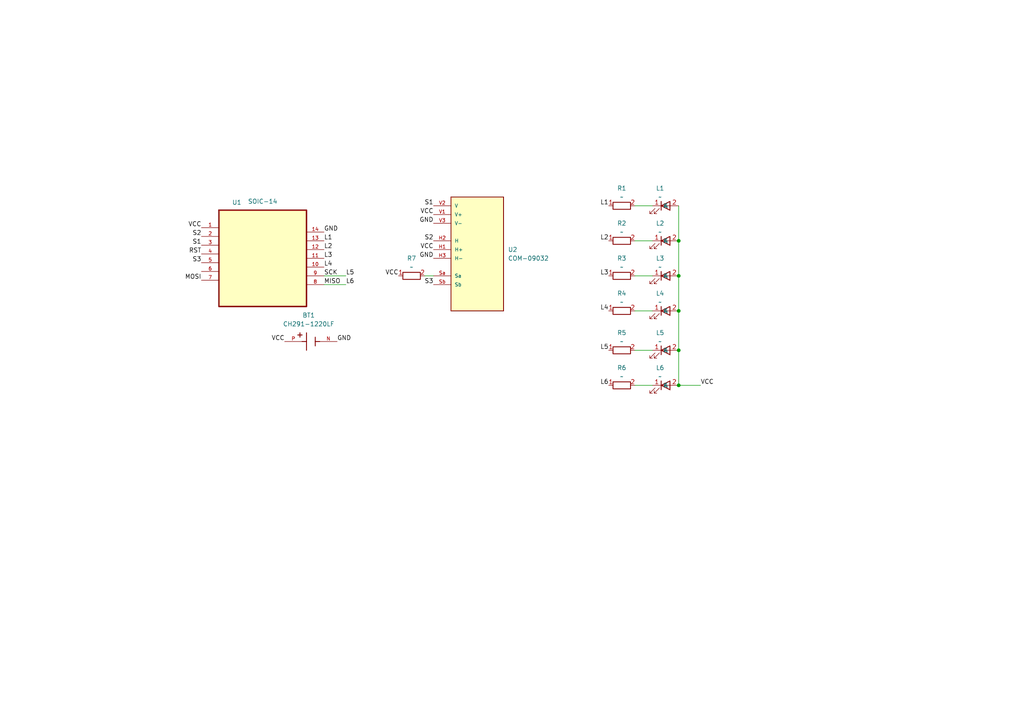
<source format=kicad_sch>
(kicad_sch (version 20231120) (generator "eeschema") (generator_version "8.0")
  (paper "A4")
  (lib_symbols
    (symbol "PVA_board:CH291-1220LF" (pin_names (offset 1.016))
      (property "Reference" "BT" (at -3.81 3.81 0))
      (property "Value" "CH291-1220LF" (at -3.81 -5.08 0))
      (symbol "CH291-1220LF_0_0"
        (polyline (pts (xy -3.81 1.905) (xy -2.54 1.905)) (stroke (width 0.254)))
        (polyline (pts (xy -3.175 2.54) (xy -3.175 1.27)) (stroke (width 0.254)))
        (polyline (pts (xy -1.27 0) (xy -2.54 0)) (stroke (width 0.254)))
        (polyline (pts (xy -1.27 0) (xy -1.27 -2.54)) (stroke (width 0.254)))
        (polyline (pts (xy -1.27 2.54) (xy -1.27 0)) (stroke (width 0.254)))
        (polyline (pts (xy 1.27 0) (xy 1.27 -1.27)) (stroke (width 0.254)))
        (polyline (pts (xy 1.27 0) (xy 2.54 0)) (stroke (width 0.254)))
        (polyline (pts (xy 1.27 1.27) (xy 1.27 0)) (stroke (width 0.254)))
        (pin passive line (at 7.62 0 180) (length 5.08) (name "~") (number "N"))
        (pin passive line (at -7.62 0 0) (length 5.08) (name "~") (number "P"))
      )
    )
    (symbol "PVA_board:COM-09032" (pin_names (offset 1.016))
      (property "Reference" "U" (at -7.62 16.002 0))
      (property "Value" "COM-09032" (at -7.62 -20.32 0))
      (symbol "COM-09032_0_0"
        (rectangle (start -7.62 -17.78) (end 7.62 15.24) (stroke (width 0.254)) (fill (type background)))
        (pin passive line (at -12.7 0 0) (length 5.08) (name "H+") (number "H1"))
        (pin passive line (at -12.7 2.54 0) (length 5.08) (name "H") (number "H2"))
        (pin passive line (at -12.7 -2.54 0) (length 5.08) (name "H-") (number "H3"))
        (pin passive line (at -12.7 10.16 0) (length 5.08) (name "V+") (number "V1"))
        (pin passive line (at -12.7 12.7 0) (length 5.08) (name "V") (number "V2"))
        (pin passive line (at -12.7 7.62 0) (length 5.08) (name "V-") (number "V3"))
      )
      (symbol "COM-09032_1_0"
        (pin passive line (at -12.7 -7.62 0) (length 5.08) (name "Sa") (number "Sa"))
        (pin passive line (at -12.7 -10.16 0) (length 5.08) (name "Sb") (number "Sb"))
      )
    )
    (symbol "PVA_board:LED"
      (property "Reference" "L" (at 0 -0.254 0))
      (symbol "LED_0_1"
        (polyline (pts (xy -1.27 1.27) (xy -1.27 3.81)) (stroke (width 0.254)))
        (polyline (pts (xy -1.27 2.54) (xy 1.27 2.54)))
        (polyline (pts (xy 1.27 1.27) (xy 1.27 3.81) (xy -1.27 2.54) (xy 1.27 1.27)) (stroke (width 0.254)))
        (polyline (pts (xy -3.048 1.778) (xy -4.572 0.254) (xy -3.81 0.254) (xy -4.572 0.254) (xy -4.572 1.016)))
        (polyline (pts (xy -1.778 1.778) (xy -3.302 0.254) (xy -2.54 0.254) (xy -3.302 0.254) (xy -3.302 1.016)))
      )
      (symbol "LED_1_1"
        (pin passive line (at -3.81 2.54 0) (length 2.54) (name "K") (number "1"))
        (pin passive line (at 3.81 2.54 180) (length 2.54) (name "A") (number "2"))
      )
    )
    (symbol "PVA_board:R"
      (property "Reference" "R" (at 0 0 0))
      (symbol "R_0_1"
        (rectangle (start 2.54 1.524) (end -2.54 3.556) (stroke (width 0.254)))
      )
      (symbol "R_1_1"
        (pin passive line (at -3.81 2.54 0) (length 1.27) (name "~") (number "1"))
        (pin passive line (at 3.81 2.54 180) (length 1.27) (name "~") (number "2"))
      )
    )
    (symbol "PVA_board:SOIC-14" (pin_names (offset 1.016))
      (property "Reference" "U" (at -8.89 11.684 0))
      (property "Value" "SOIC-14" (at -7.62 -20.32 0))
      (symbol "SOIC-14_0_0"
        (rectangle (start -12.7 10.16) (end 12.7 -17.78) (stroke (width 0.4064)) (fill (type background)))
      )
      (symbol "SOIC-14_1_0"
        (pin unspecified line (at -17.78 5.08 0) (length 5.08) (name "") (number "1"))
        (pin unspecified line (at 17.78 -6.35 180) (length 5.08) (name "") (number "10"))
        (pin unspecified line (at 17.78 -3.81 180) (length 5.08) (name "") (number "11"))
        (pin power_in line (at 17.78 -1.27 180) (length 5.08) (name "") (number "12"))
        (pin unspecified line (at 17.78 1.27 180) (length 5.08) (name "") (number "13"))
        (pin unspecified line (at 17.78 3.81 180) (length 5.08) (name "") (number "14"))
        (pin unspecified line (at -17.78 2.54 0) (length 5.08) (name "") (number "2"))
        (pin unspecified line (at -17.78 0 0) (length 5.08) (name "") (number "3"))
        (pin unspecified line (at -17.78 -2.54 0) (length 5.08) (name "") (number "4"))
        (pin unspecified line (at -17.78 -5.08 0) (length 5.08) (name "") (number "5"))
        (pin unspecified line (at -17.78 -7.62 0) (length 5.08) (name "") (number "6"))
        (pin unspecified line (at -17.78 -10.16 0) (length 5.08) (name "") (number "7"))
        (pin unspecified line (at 17.78 -11.43 180) (length 5.08) (name "") (number "8"))
        (pin unspecified line (at 17.78 -8.89 180) (length 5.08) (name "") (number "9"))
      )
    )
  )
  (junction (at 196.85 111.76))
  (junction (at 196.85 90.17))
  (junction (at 196.85 101.6))
  (junction (at 196.85 69.85))
  (junction (at 196.85 80.01))
  (wire (pts (xy 196.85 111.76) (xy 203.2 111.76)))
  (wire (pts (xy 184.15 59.69) (xy 189.23 59.69)))
  (wire (pts (xy 196.85 101.6) (xy 196.85 111.76)))
  (wire (pts (xy 184.15 69.85) (xy 189.23 69.85)))
  (wire (pts (xy 196.85 59.69) (xy 196.85 69.85)))
  (wire (pts (xy 123.19 80.01) (xy 125.73 80.01)))
  (wire (pts (xy 196.85 80.01) (xy 196.85 90.17)))
  (wire (pts (xy 196.85 69.85) (xy 196.85 80.01)))
  (wire (pts (xy 184.15 111.76) (xy 189.23 111.76)))
  (wire (pts (xy 93.98 80.01) (xy 100.33 80.01)))
  (wire (pts (xy 93.98 82.55) (xy 100.33 82.55)))
  (wire (pts (xy 184.15 101.6) (xy 189.23 101.6)))
  (wire (pts (xy 196.85 90.17) (xy 196.85 101.6)))
  (wire (pts (xy 184.15 80.01) (xy 189.23 80.01)))
  (wire (pts (xy 184.15 90.17) (xy 189.23 90.17)))
  (label "L4" (at 176.53 90.17 180))
  (label "L2" (at 93.98 72.39 0))
  (label "L6" (at 176.53 111.76 180))
  (label "GND" (at 93.98 67.31 0))
  (label "RST" (at 58.42 73.66 180))
  (label "S3" (at 125.73 82.55 180))
  (label "GND" (at 97.79 99.06 0))
  (label "L3" (at 176.53 80.01 180))
  (label "VCC" (at 125.73 62.23 180))
  (label "S1" (at 125.73 59.69 180))
  (label "L6" (at 100.33 82.55 0))
  (label "MOSI" (at 58.42 81.28 180))
  (label "L1" (at 176.53 59.69 180))
  (label "S2" (at 125.73 69.85 180))
  (label "VCC" (at 203.2 111.76 0))
  (label "S3" (at 58.42 76.2 180))
  (label "MISO" (at 93.98 82.55 0))
  (label "S2" (at 58.42 68.58 180))
  (label "L4" (at 93.98 77.47 0))
  (label "VCC" (at 115.57 80.01 180))
  (label "VCC" (at 125.73 72.39 180))
  (label "L5" (at 100.33 80.01 0))
  (label "L2" (at 176.53 69.85 180))
  (label "L3" (at 93.98 74.93 0))
  (label "SCK" (at 93.98 80.01 0))
  (label "S1" (at 58.42 71.12 180))
  (label "GND" (at 125.73 74.93 180))
  (label "VCC" (at 58.42 66.04 180))
  (label "L5" (at 176.53 101.6 180))
  (label "L1" (at 93.98 69.85 0))
  (label "VCC" (at 82.55 99.06 180))
  (label "GND" (at 125.73 64.77 180))
  (symbol (lib_id "PVA_board:LED") (at 193.04 82.55 0) (unit 1)
    (property "Reference" "L3" (at 191.4525 74.93 0))
    (property "Value" "~" (at 191.4525 77.47 0))
    (property "Footprint" "PVA_board:LED-1206" (effects (hide yes)))
  )
  (symbol (lib_id "PVA_board:LED") (at 193.04 72.39 0) (unit 1)
    (property "Reference" "L2" (at 191.4525 64.77 0))
    (property "Value" "~" (at 191.4525 67.31 0))
    (property "Footprint" "PVA_board:LED-1206" (effects (hide yes)))
  )
  (symbol (lib_id "PVA_board:LED") (at 193.04 114.3 0) (unit 1)
    (property "Reference" "L6" (at 191.4525 106.68 0))
    (property "Value" "~" (at 191.4525 109.22 0))
    (property "Footprint" "PVA_board:LED-1206" (effects (hide yes)))
  )
  (symbol (lib_id "PVA_board:R") (at 119.38 82.55 0) (unit 1)
    (property "Reference" "R7" (at 119.38 74.93 0))
    (property "Value" "~" (at 119.38 77.47 0))
    (property "Footprint" "PVA_board:R-0805" (effects (hide yes)))
  )
  (symbol (lib_id "PVA_board:COM-09032") (at 138.43 72.39 0) (unit 1)
    (property "Reference" "U2" (at 147.32 72.3899 0) (effects (justify left)))
    (property "Value" "COM-09032" (at 147.32 74.9299 0) (effects (justify left)))
    (property "Footprint" "PVA_board:Joystick" (effects (hide yes)))
  )
  (symbol (lib_id "PVA_board:R") (at 180.34 62.23 0) (unit 1)
    (property "Reference" "R1" (at 180.34 54.61 0))
    (property "Value" "~" (at 180.34 57.15 0))
    (property "Footprint" "PVA_board:R-0805" (effects (hide yes)))
  )
  (symbol (lib_id "PVA_board:R") (at 180.34 114.3 0) (unit 1)
    (property "Reference" "R6" (at 180.34 106.68 0))
    (property "Value" "~" (at 180.34 109.22 0))
    (property "Footprint" "PVA_board:R-0805" (effects (hide yes)))
  )
  (symbol (lib_id "PVA_board:R") (at 180.34 92.71 0) (unit 1)
    (property "Reference" "R4" (at 180.34 85.09 0))
    (property "Value" "~" (at 180.34 87.63 0))
    (property "Footprint" "PVA_board:R-0805" (effects (hide yes)))
  )
  (symbol (lib_id "PVA_board:CH291-1220LF") (at 90.17 99.06 0) (unit 1)
    (property "Reference" "BT1" (at 89.535 91.44 0))
    (property "Value" "CH291-1220LF" (at 89.535 93.98 0))
    (property "Footprint" "PVA_board:BAT_CH291-1220LF" (effects (hide yes)))
  )
  (symbol (lib_id "PVA_board:R") (at 180.34 82.55 0) (unit 1)
    (property "Reference" "R3" (at 180.34 74.93 0))
    (property "Value" "~" (at 180.34 77.47 0))
    (property "Footprint" "PVA_board:R-0805" (effects (hide yes)))
  )
  (symbol (lib_id "PVA_board:R") (at 180.34 72.39 0) (unit 1)
    (property "Reference" "R2" (at 180.34 64.77 0))
    (property "Value" "~" (at 180.34 67.31 0))
    (property "Footprint" "PVA_board:R-0805" (effects (hide yes)))
  )
  (symbol (lib_id "PVA_board:R") (at 180.34 104.14 0) (unit 1)
    (property "Reference" "R5" (at 180.34 96.52 0))
    (property "Value" "~" (at 180.34 99.06 0))
    (property "Footprint" "PVA_board:R-0805" (effects (hide yes)))
  )
  (symbol (lib_id "PVA_board:SOIC-14") (at 76.2 71.12 0) (unit 1)
    (property "Reference" "U1" (at 67.31 59.436 0) (effects (justify left bottom)))
    (property "Value" "SOIC-14" (at 76.2 58.42 0))
    (property "Footprint" "PVA_board:SOIC-14" (effects (hide yes)))
  )
  (symbol (lib_id "PVA_board:LED") (at 193.04 92.71 0) (unit 1)
    (property "Reference" "L4" (at 191.4525 85.09 0))
    (property "Value" "~" (at 191.4525 87.63 0))
    (property "Footprint" "PVA_board:LED-1206" (effects (hide yes)))
  )
  (symbol (lib_id "PVA_board:LED") (at 193.04 62.23 0) (unit 1)
    (property "Reference" "L1" (at 191.4525 54.61 0))
    (property "Value" "~" (at 191.4525 57.15 0))
    (property "Footprint" "PVA_board:LED-1206" (effects (hide yes)))
  )
  (symbol (lib_id "PVA_board:LED") (at 193.04 104.14 0) (unit 1)
    (property "Reference" "L5" (at 191.4525 96.52 0))
    (property "Value" "~" (at 191.4525 99.06 0))
    (property "Footprint" "PVA_board:LED-1206" (effects (hide yes)))
  )
)
</source>
